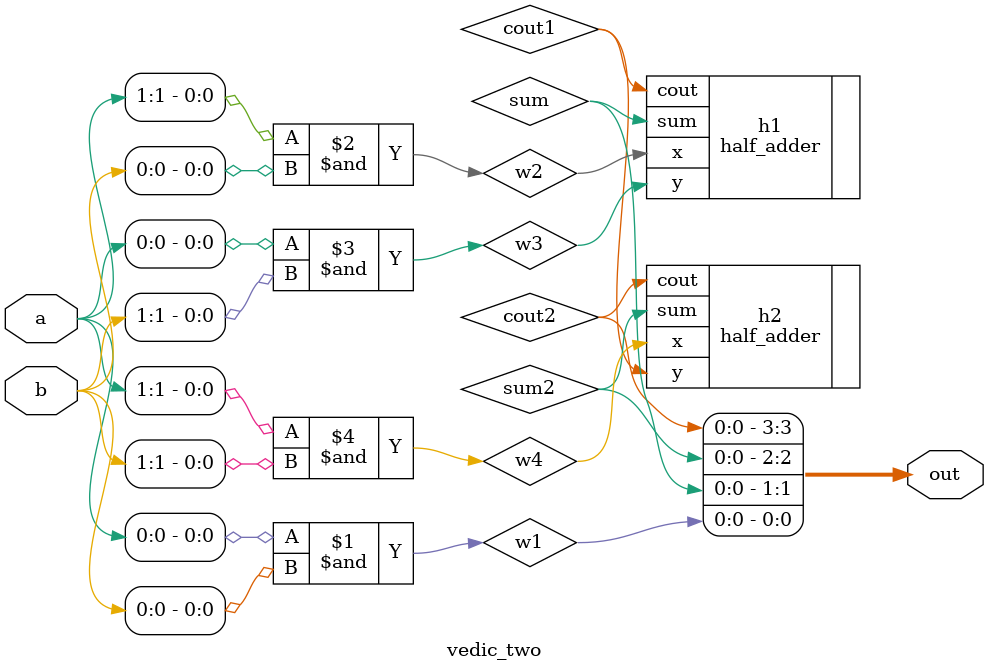
<source format=v>
module vedic_two (
    a, b, out
);
    input [1:0] a;
    input [1:0] b;
    output [3:0] out;
    wire w1, w2, w3, w4, sum, sum2, cout1, cout2;

    and (w1, a[0], b[0]);
    and (w2, a[1], b[0]);
    and (w3, a[0], b[1]);
    and (w4, a[1], b[1]);

    half_adder h1 (.x(w2), .y(w3), .sum(sum), .cout(cout1));
    half_adder h2 (.x(w4), .y(cout1), .sum(sum2), .cout(cout2));

    assign out = {cout2, sum2, sum, w1};

endmodule
</source>
